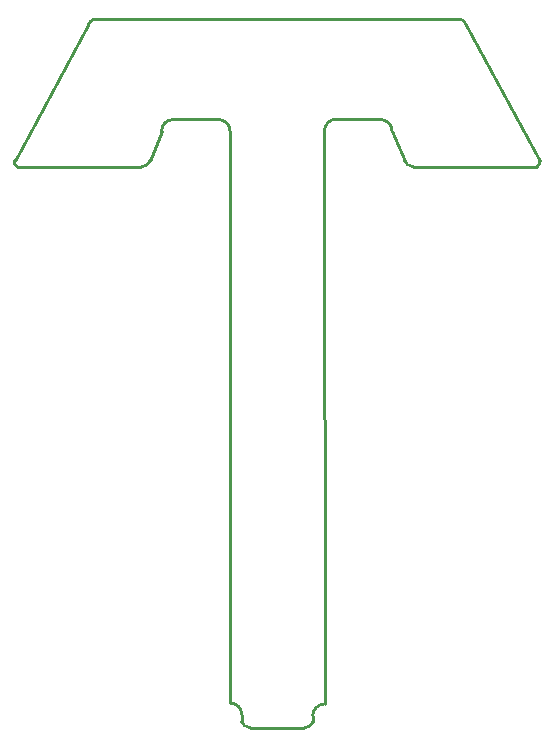
<source format=gko>
G04 Layer_Color=16711935*
%FSLAX44Y44*%
%MOMM*%
G71*
G01*
G75*
%ADD17C,0.2540*%
D17*
X220000Y475000D02*
G03*
X222300Y480000I-1350J3650D01*
G01*
X107893Y480000D02*
G03*
X115000Y475000I6740J2029D01*
G01*
X97238Y505000D02*
G03*
X87238Y515000I-10000J0D01*
G01*
X23000Y-0D02*
G03*
X30107Y5000I368J7029D01*
G01*
X40000Y20000D02*
G03*
X30000Y10000I0J-10000D01*
G01*
X-30000Y11000D02*
G03*
X-40000Y21000I-10000J0D01*
G01*
X-30108Y5000D02*
G03*
X-23000Y-0I6740J2029D01*
G01*
X-88022Y515000D02*
G03*
X-98022Y505000I0J-10000D01*
G01*
X-39895Y505000D02*
G03*
X-49895Y515000I-10000J0D01*
G01*
X-115000Y475000D02*
G03*
X-107893Y480000I368J7029D01*
G01*
X-222300Y480000D02*
G03*
X-220000Y475000I3650J-1350D01*
G01*
X-155000Y600000D02*
G03*
X-160000Y595000I2500J-7500D01*
G01*
X160000D02*
G03*
X155000Y600000I-7500J-2500D01*
G01*
X49911Y515170D02*
G03*
X39911Y505170I0J-10000D01*
G01*
X-40109Y21000D02*
X-39895Y505000D01*
X39895Y505170D02*
X40110Y20000D01*
X115000Y475000D02*
X220000Y475000D01*
X97238Y505000D02*
X107893Y480000D01*
X49910Y515084D02*
X87238Y515002D01*
X-30108Y5000D02*
X-30043Y11000D01*
X-88022Y515000D02*
X-49895Y515084D01*
X-220000Y475000D02*
X-115000Y475000D01*
X-23000Y0D02*
X23000D01*
X-222300Y480000D02*
X-160000Y595000D01*
X160000D02*
X222300Y480000D01*
X-155000Y600000D02*
X155000D01*
X30000Y10000D02*
X30107Y5000D01*
X-107893Y480000D02*
X-98000Y505000D01*
M02*

</source>
